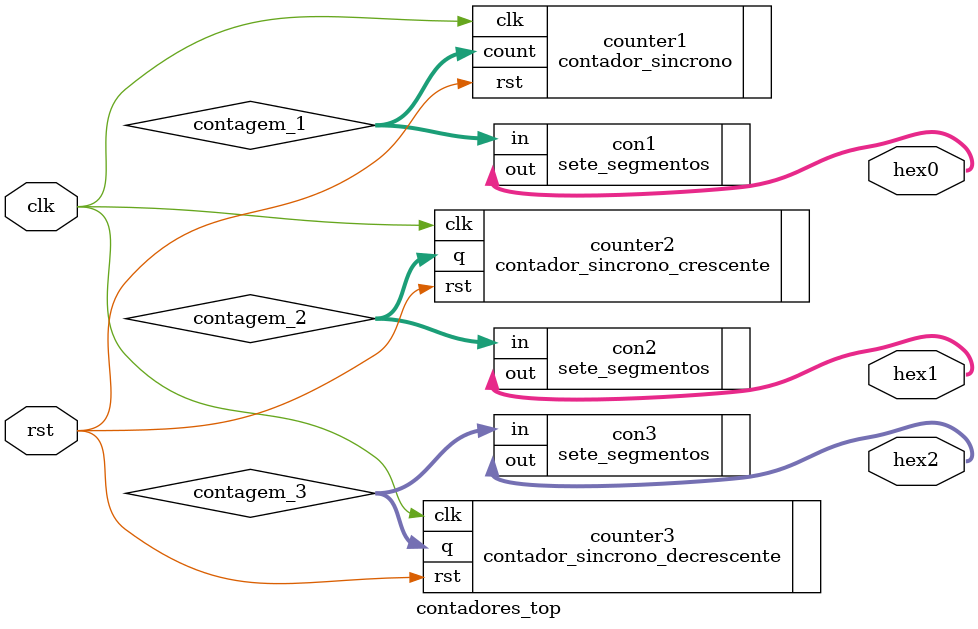
<source format=v>
module contadores_top (
    input clk,
    input rst,
    output [6:0] hex0, 
    output [6:0] hex1, 
    output [6:0] hex2  
);

wire [3:0] contagem_1;
wire [3:0] contagem_2;
wire [3:0] contagem_3;

contador_sincrono counter1 (
    .clk(clk),
    .rst(rst),
    .count(contagem_1)
);

contador_sincrono_crescente counter2 (
    .clk(clk),
    .rst(rst),
    .q(contagem_2)
);

contador_sincrono_decrescente counter3 (
    .clk(clk),
    .rst(rst),
    .q(contagem_3)
);

sete_segmentos con1 (.in(contagem_1), .out(hex0));
sete_segmentos con2 (.in(contagem_2), .out(hex1));
sete_segmentos con3 (.in(contagem_3), .out(hex2));

endmodule

</source>
